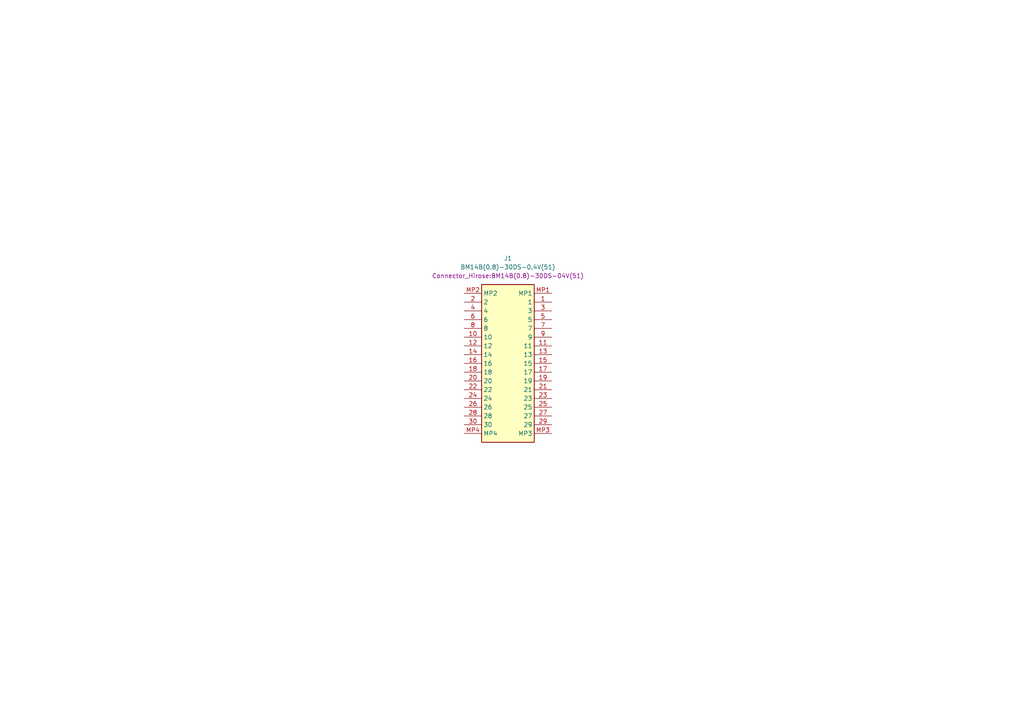
<source format=kicad_sch>
(kicad_sch (version 20250114) (generator "eeschema") (generator_version "9.0")
  (paper "A4")
  (lib_symbols
    (symbol "BM14B_0_8_-30DS-0_4V_51_:BM14B(0.8)-30DS-0.4V(51)"
      (property "Reference" "J" (at 21.59 7.62 0))
      (property "Value" "BM14B(0.8)-30DS-0.4V(51)" (at 21.59 5.08 0))
      (property "Footprint" "Connector_Hirose:BM14B(0.8)-30DS-04V(51)" (at 21.59 -94.92 0))
      (symbol "BM14B(0.8)-30DS-0.4V(51)_1_1"
        (rectangle (start 5.08 2.54) (end 20.32 -43.18) (stroke (width 0.254)) (fill (type background)))
        (pin passive line (at 0 0 0) (length 5.08) (name "MP2") (number "MP2"))
        (pin passive line (at 0 -2.54 0) (length 5.08) (name "2") (number "2"))
        (pin passive line (at 0 -5.08 0) (length 5.08) (name "4") (number "4"))
        (pin passive line (at 0 -7.62 0) (length 5.08) (name "6") (number "6"))
        (pin passive line (at 0 -10.16 0) (length 5.08) (name "8") (number "8"))
        (pin passive line (at 0 -12.7 0) (length 5.08) (name "10") (number "10"))
        (pin passive line (at 0 -15.24 0) (length 5.08) (name "12") (number "12"))
        (pin passive line (at 0 -17.78 0) (length 5.08) (name "14") (number "14"))
        (pin passive line (at 0 -20.32 0) (length 5.08) (name "16") (number "16"))
        (pin passive line (at 0 -22.86 0) (length 5.08) (name "18") (number "18"))
        (pin passive line (at 0 -25.4 0) (length 5.08) (name "20") (number "20"))
        (pin passive line (at 0 -27.94 0) (length 5.08) (name "22") (number "22"))
        (pin passive line (at 0 -30.48 0) (length 5.08) (name "24") (number "24"))
        (pin passive line (at 0 -33.02 0) (length 5.08) (name "26") (number "26"))
        (pin passive line (at 0 -35.56 0) (length 5.08) (name "28") (number "28"))
        (pin passive line (at 0 -38.1 0) (length 5.08) (name "30") (number "30"))
        (pin passive line (at 0 -40.64 0) (length 5.08) (name "MP4") (number "MP4"))
        (pin passive line (at 25.4 0 180) (length 5.08) (name "MP1") (number "MP1"))
        (pin passive line (at 25.4 -2.54 180) (length 5.08) (name "1") (number "1"))
        (pin passive line (at 25.4 -5.08 180) (length 5.08) (name "3") (number "3"))
        (pin passive line (at 25.4 -7.62 180) (length 5.08) (name "5") (number "5"))
        (pin passive line (at 25.4 -10.16 180) (length 5.08) (name "7") (number "7"))
        (pin passive line (at 25.4 -12.7 180) (length 5.08) (name "9") (number "9"))
        (pin passive line (at 25.4 -15.24 180) (length 5.08) (name "11") (number "11"))
        (pin passive line (at 25.4 -17.78 180) (length 5.08) (name "13") (number "13"))
        (pin passive line (at 25.4 -20.32 180) (length 5.08) (name "15") (number "15"))
        (pin passive line (at 25.4 -22.86 180) (length 5.08) (name "17") (number "17"))
        (pin passive line (at 25.4 -25.4 180) (length 5.08) (name "19") (number "19"))
        (pin passive line (at 25.4 -27.94 180) (length 5.08) (name "21") (number "21"))
        (pin passive line (at 25.4 -30.48 180) (length 5.08) (name "23") (number "23"))
        (pin passive line (at 25.4 -33.02 180) (length 5.08) (name "25") (number "25"))
        (pin passive line (at 25.4 -35.56 180) (length 5.08) (name "27") (number "27"))
        (pin passive line (at 25.4 -38.1 180) (length 5.08) (name "29") (number "29"))
        (pin passive line (at 25.4 -40.64 180) (length 5.08) (name "MP3") (number "MP3"))
      )
    )
  )
  (symbol (lib_id "BM14B_0_8_-30DS-0_4V_51_:BM14B(0.8)-30DS-0.4V(51)") (at 134.62 85.09 0) (unit 1)
    (property "Reference" "J1" (at 147.32 74.93 0))
    (property "Value" "BM14B(0.8)-30DS-0.4V(51)" (at 147.32 77.47 0))
    (property "Footprint" "Connector_Hirose:BM14B(0.8)-30DS-04V(51)" (at 147.32 80.01 0))
    (property "Datasheet" "https://www.hirose.com/en/product/document?clcode=CL0684-8006-3-51&productname=BM14B(0.8)-30DS-0.4V(51)&series=BM14&documenttype=2DDrawing&lang=en&documentid=0001001597" (effects (hide yes)))
    (property "Description" "Board to Board & Mezzanine Connectors 30P SMT RECEPTACLE .8MM HT .4MM PITCH" (effects (hide yes)))
    (property "Height" "0.9" (effects (hide yes)))
    (property "Mouser Part Number" "798-BM14B0830DS04V51" (effects (hide yes)))
    (property "Mouser Price/Stock" "https://www.mouser.co.uk/ProductDetail/Hirose-Connector/BM14B08-30DS-04V51?qs=s%252BQjCniG%252Bfhe%2FY88RvDdyQ%3D%3D" (effects (hide yes)))
    (property "Manufacturer_Name" "Hirose" (effects (hide yes)))
    (property "Manufacturer_Part_Number" "BM14B(0.8)-30DS-0.4V(51)" (effects (hide yes)))
  )
)
</source>
